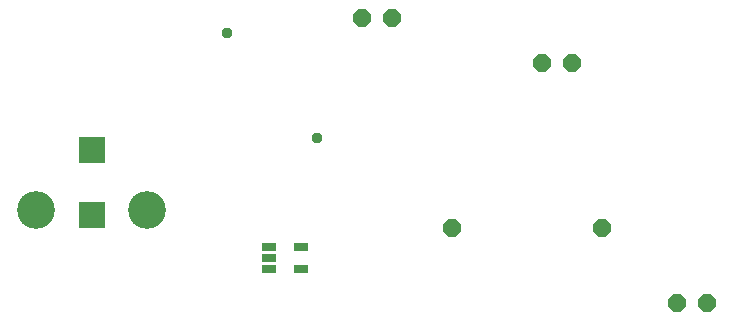
<source format=gts>
G75*
%MOIN*%
%OFA0B0*%
%FSLAX25Y25*%
%IPPOS*%
%LPD*%
%AMOC8*
5,1,8,0,0,1.08239X$1,22.5*
%
%ADD10OC8,0.06000*%
%ADD11R,0.05131X0.03162*%
%ADD12R,0.09068X0.09068*%
%ADD13C,0.12611*%
%ADD14C,0.03778*%
D10*
X0166000Y0056000D03*
X0216000Y0056000D03*
X0241000Y0031000D03*
X0251000Y0031000D03*
X0206000Y0111000D03*
X0196000Y0111000D03*
X0146000Y0126000D03*
X0136000Y0126000D03*
D11*
X0105094Y0042063D03*
X0105094Y0045803D03*
X0105094Y0049543D03*
X0115724Y0049543D03*
X0115724Y0042063D03*
D12*
X0046000Y0060173D03*
X0046000Y0081827D03*
D13*
X0027496Y0061984D03*
X0064504Y0061984D03*
D14*
X0121000Y0086000D03*
X0091000Y0121000D03*
M02*

</source>
